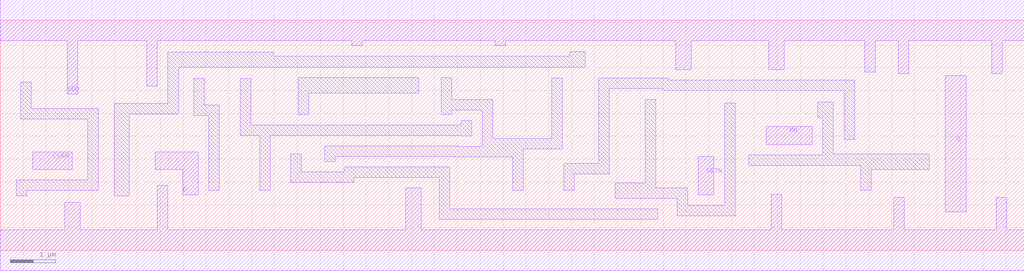
<source format=lef>
# Copyright 2022 GlobalFoundries PDK Authors
#
# Licensed under the Apache License, Version 2.0 (the "License");
# you may not use this file except in compliance with the License.
# You may obtain a copy of the License at
#
#      http://www.apache.org/licenses/LICENSE-2.0
#
# Unless required by applicable law or agreed to in writing, software
# distributed under the License is distributed on an "AS IS" BASIS,
# WITHOUT WARRANTIES OR CONDITIONS OF ANY KIND, either express or implied.
# See the License for the specific language governing permissions and
# limitations under the License.

MACRO gf180mcu_fd_sc_mcu9t5v0__dffnrsnq_2
  CLASS core ;
  FOREIGN gf180mcu_fd_sc_mcu9t5v0__dffnrsnq_2 0.0 0.0 ;
  ORIGIN 0 0 ;
  SYMMETRY X Y ;
  SITE GF018hv5v_green_sc9 ;
  SIZE 22.4 BY 5.04 ;
  PIN D
    DIRECTION INPUT ;
    ANTENNAGATEAREA 0.854 ;
    PORT
      LAYER Metal1 ;
        POLYGON 3.39 1.77 3.99 1.77 3.99 1.21 4.33 1.21 4.33 2.15 3.39 2.15  ;
    END
  END D
  PIN RN
    DIRECTION INPUT ;
    ANTENNAGATEAREA 2.018 ;
    PORT
      LAYER Metal1 ;
        POLYGON 16.755 2.32 17.77 2.32 17.77 2.71 16.755 2.71  ;
    END
  END RN
  PIN SETN
    DIRECTION INPUT ;
    ANTENNAGATEAREA 2.018 ;
    PORT
      LAYER Metal1 ;
        POLYGON 15.27 1.21 15.61 1.21 15.61 2.06 15.27 2.06  ;
    END
  END SETN
  PIN CLKN
    DIRECTION INPUT ;
    USE clock ;
    ANTENNAGATEAREA 1.164 ;
    PORT
      LAYER Metal1 ;
        POLYGON 0.71 1.77 1.58 1.77 1.58 2.15 0.71 2.15  ;
    END
  END CLKN
  PIN Q
    DIRECTION OUTPUT ;
    ANTENNADIFFAREA 1.638 ;
    PORT
      LAYER Metal1 ;
        POLYGON 20.67 0.845 21.13 0.845 21.13 3.83 20.67 3.83  ;
    END
  END Q
  PIN VDD
    DIRECTION INOUT ;
    USE power ;
    SHAPE ABUTMENT ;
    PORT
      LAYER Metal1 ;
        POLYGON 0 4.59 1.47 4.59 1.47 3.425 1.7 3.425 1.7 4.59 2.14 4.59 3.21 4.59 3.21 3.595 3.44 3.595 3.44 4.59 7.69 4.59 7.69 4.48 7.92 4.48 7.92 4.59 10.83 4.59 10.83 4.48 11.06 4.48 11.06 4.59 12.795 4.59 14.775 4.59 14.775 3.96 15.115 3.96 15.115 4.59 16.815 4.59 16.815 3.96 17.155 3.96 17.155 4.59 18.69 4.59 18.91 4.59 18.91 3.905 19.14 3.905 19.14 4.59 19.65 4.59 19.65 3.875 19.88 3.875 19.88 4.59 20.32 4.59 21.69 4.59 21.69 3.875 21.92 3.875 21.92 4.59 22.4 4.59 22.4 5.49 20.32 5.49 18.69 5.49 12.795 5.49 2.14 5.49 0 5.49  ;
    END
  END VDD
  PIN VSS
    DIRECTION INOUT ;
    USE ground ;
    SHAPE ABUTMENT ;
    PORT
      LAYER Metal1 ;
        POLYGON 0 -0.45 22.4 -0.45 22.4 0.45 22.02 0.45 22.02 1.165 21.79 1.165 21.79 0.45 19.78 0.45 19.78 1.165 19.55 1.165 19.55 0.45 17.1 0.45 17.1 1.225 16.87 1.225 16.87 0.45 9.215 0.45 9.215 1.37 8.875 1.37 8.875 0.45 3.67 0.45 3.67 1.425 3.44 1.425 3.44 0.45 1.755 0.45 1.755 1.045 1.415 1.045 1.415 0.45 0 0.45  ;
    END
  END VSS
  OBS
      LAYER Metal1 ;
        POLYGON 0.45 2.875 1.91 2.875 1.91 1.54 0.35 1.54 0.35 1.19 0.58 1.19 0.58 1.31 2.14 1.31 2.14 3.105 0.68 3.105 0.68 3.685 0.45 3.685  ;
        POLYGON 4.23 2.955 4.56 2.955 4.56 1.315 4.79 1.315 4.79 3.185 4.46 3.185 4.46 3.765 4.23 3.765  ;
        POLYGON 6.52 2.98 6.75 2.98 6.75 3.45 9.16 3.45 9.16 3.79 6.52 3.79  ;
        POLYGON 5.25 2.52 5.68 2.52 5.68 1.315 5.91 1.315 5.91 2.52 10.09 2.52 10.09 2.505 10.32 2.505 10.32 2.845 10.09 2.845 10.09 2.75 5.48 2.75 5.48 3.765 5.25 3.765  ;
        POLYGON 9.65 2.98 9.88 2.98 9.88 3.075 10.55 3.075 10.55 2.275 10.005 2.275 10.005 2.29 7.1 2.29 7.1 1.95 7.33 1.95 7.33 2.06 9.92 2.06 9.92 2.045 11.21 2.045 11.21 1.315 11.44 1.315 11.44 2.225 12.3 2.225 12.3 3.775 12.07 3.775 12.07 2.455 10.78 2.455 10.78 3.305 9.88 3.305 9.88 3.79 9.65 3.79  ;
        POLYGON 2.49 1.19 2.82 1.19 2.82 2.985 3.9 2.985 3.9 4.02 12.795 4.02 12.795 4.35 12.455 4.35 12.455 4.25 5.975 4.25 5.975 4.34 3.67 4.34 3.67 3.215 2.49 3.215  ;
        POLYGON 6.36 1.49 7.73 1.49 7.73 1.6 9.605 1.6 9.605 0.68 14.38 0.68 14.38 0.91 9.835 0.91 9.835 1.83 7.53 1.83 7.53 1.72 6.59 1.72 6.59 2.115 6.36 2.115  ;
        POLYGON 13.45 1.14 14.81 1.14 14.81 0.75 16.08 0.75 16.08 3.225 15.85 3.225 15.85 0.98 15.04 0.98 15.04 1.37 14.34 1.37 14.34 3.305 14.11 3.305 14.11 1.48 13.45 1.48  ;
        POLYGON 12.33 1.315 12.56 1.315 12.56 1.67 13.32 1.67 13.32 3.545 14.495 3.545 14.495 3.5 18.46 3.5 18.46 2.425 18.69 2.425 18.69 3.73 14.635 3.73 14.635 3.775 13.09 3.775 13.09 1.9 12.33 1.9  ;
        POLYGON 17.89 2.91 18 2.91 18 2.09 16.375 2.09 16.375 1.86 18.83 1.86 18.83 1.315 19.06 1.315 19.06 1.775 20.32 1.775 20.32 2.115 18.23 2.115 18.23 3.25 17.89 3.25  ;
  END
END gf180mcu_fd_sc_mcu9t5v0__dffnrsnq_2

</source>
